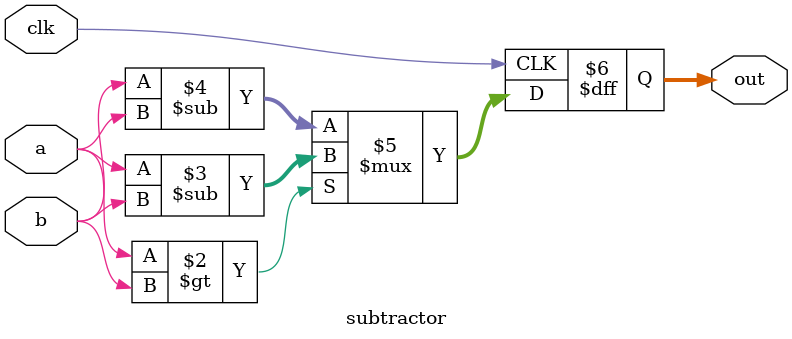
<source format=v>
module subtractor (input clk,input a,input b, output reg [9:0] out);
  always @(posedge clk) 
    begin 
      out <= (a>b) ? a -b : b-a;
    end
endmodule

</source>
